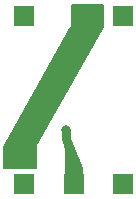
<source format=gbl>
G04 #@! TF.GenerationSoftware,KiCad,Pcbnew,(5.1.10)-1*
G04 #@! TF.CreationDate,2023-08-30T00:20:36+03:00*
G04 #@! TF.ProjectId,mini_cc_drive,6d696e69-5f63-4635-9f64-726976652e6b,rev?*
G04 #@! TF.SameCoordinates,Original*
G04 #@! TF.FileFunction,Copper,L2,Bot*
G04 #@! TF.FilePolarity,Positive*
%FSLAX46Y46*%
G04 Gerber Fmt 4.6, Leading zero omitted, Abs format (unit mm)*
G04 Created by KiCad (PCBNEW (5.1.10)-1) date 2023-08-30 00:20:36*
%MOMM*%
%LPD*%
G01*
G04 APERTURE LIST*
G04 #@! TA.AperFunction,ComponentPad*
%ADD10R,1.700000X1.700000*%
G04 #@! TD*
G04 #@! TA.AperFunction,ViaPad*
%ADD11C,0.800000*%
G04 #@! TD*
G04 #@! TA.AperFunction,Conductor*
%ADD12C,0.127000*%
G04 #@! TD*
G04 #@! TA.AperFunction,Conductor*
%ADD13C,0.100000*%
G04 #@! TD*
G04 APERTURE END LIST*
D10*
X151257000Y-82042000D03*
X155448000Y-67818000D03*
X147066000Y-67818000D03*
X155448000Y-82042000D03*
X147066000Y-82042000D03*
D11*
X151511000Y-67310000D03*
X151511000Y-68199000D03*
X153289000Y-67310000D03*
X152400000Y-67310000D03*
X152400000Y-68199000D03*
X153289000Y-68199000D03*
X145796000Y-79375000D03*
X145796000Y-80264000D03*
X146685000Y-79375000D03*
X146685000Y-80264000D03*
X147574000Y-79375000D03*
X147574000Y-80264000D03*
X150622000Y-77470000D03*
D12*
X150939500Y-78232000D02*
X150940720Y-78244388D01*
X150944476Y-78256642D01*
X151955500Y-80657824D01*
X151955500Y-82740500D01*
X150558500Y-82740500D01*
X150558500Y-78867000D01*
X150557280Y-78854612D01*
X150553958Y-78843417D01*
X150304500Y-78219772D01*
X150304500Y-77406500D01*
X150939500Y-77406500D01*
X150939500Y-78232000D01*
G04 #@! TA.AperFunction,Conductor*
D13*
G36*
X150939500Y-78232000D02*
G01*
X150940720Y-78244388D01*
X150944476Y-78256642D01*
X151955500Y-80657824D01*
X151955500Y-82740500D01*
X150558500Y-82740500D01*
X150558500Y-78867000D01*
X150557280Y-78854612D01*
X150553958Y-78843417D01*
X150304500Y-78219772D01*
X150304500Y-77406500D01*
X150939500Y-77406500D01*
X150939500Y-78232000D01*
G37*
G04 #@! TD.AperFunction*
D12*
X153733500Y-68690229D02*
X148026781Y-78740395D01*
X148021725Y-78751771D01*
X148018985Y-78763913D01*
X148018500Y-78771750D01*
X148018500Y-80708500D01*
X145351500Y-80708500D01*
X145351500Y-78883634D01*
X151058345Y-68738132D01*
X151063355Y-68726736D01*
X151066046Y-68714582D01*
X151066500Y-68707000D01*
X151066500Y-66865500D01*
X153733500Y-66865500D01*
X153733500Y-68690229D01*
G04 #@! TA.AperFunction,Conductor*
D13*
G36*
X153733500Y-68690229D02*
G01*
X148026781Y-78740395D01*
X148021725Y-78751771D01*
X148018985Y-78763913D01*
X148018500Y-78771750D01*
X148018500Y-80708500D01*
X145351500Y-80708500D01*
X145351500Y-78883634D01*
X151058345Y-68738132D01*
X151063355Y-68726736D01*
X151066046Y-68714582D01*
X151066500Y-68707000D01*
X151066500Y-66865500D01*
X153733500Y-66865500D01*
X153733500Y-68690229D01*
G37*
G04 #@! TD.AperFunction*
M02*

</source>
